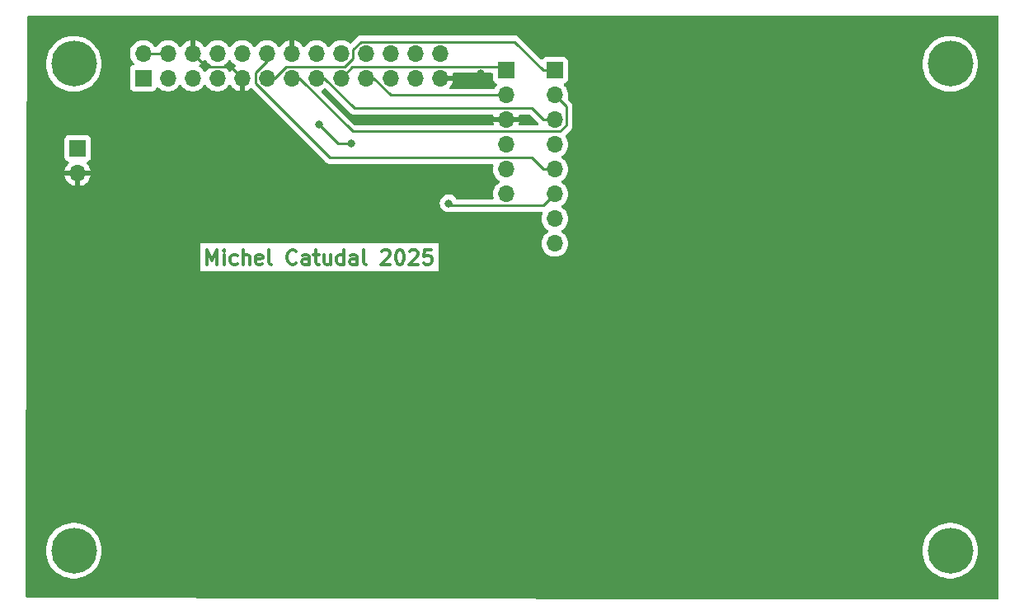
<source format=gtl>
G04 #@! TF.GenerationSoftware,KiCad,Pcbnew,8.0.6*
G04 #@! TF.CreationDate,2025-01-12T23:32:50-05:00*
G04 #@! TF.ProjectId,lcd_adapter,6c63645f-6164-4617-9074-65722e6b6963,rev?*
G04 #@! TF.SameCoordinates,Original*
G04 #@! TF.FileFunction,Copper,L1,Top*
G04 #@! TF.FilePolarity,Positive*
%FSLAX46Y46*%
G04 Gerber Fmt 4.6, Leading zero omitted, Abs format (unit mm)*
G04 Created by KiCad (PCBNEW 8.0.6) date 2025-01-12 23:32:50*
%MOMM*%
%LPD*%
G01*
G04 APERTURE LIST*
%ADD10C,0.300000*%
G04 #@! TA.AperFunction,NonConductor*
%ADD11C,0.300000*%
G04 #@! TD*
G04 #@! TA.AperFunction,ComponentPad*
%ADD12R,1.700000X1.700000*%
G04 #@! TD*
G04 #@! TA.AperFunction,ComponentPad*
%ADD13O,1.700000X1.700000*%
G04 #@! TD*
G04 #@! TA.AperFunction,ComponentPad*
%ADD14C,4.700000*%
G04 #@! TD*
G04 #@! TA.AperFunction,ViaPad*
%ADD15C,0.800000*%
G04 #@! TD*
G04 #@! TA.AperFunction,Conductor*
%ADD16C,0.250000*%
G04 #@! TD*
G04 APERTURE END LIST*
D10*
D11*
X43700000Y-65598328D02*
X43700000Y-64098328D01*
X43700000Y-64098328D02*
X44200000Y-65169757D01*
X44200000Y-65169757D02*
X44700000Y-64098328D01*
X44700000Y-64098328D02*
X44700000Y-65598328D01*
X45414286Y-65598328D02*
X45414286Y-64598328D01*
X45414286Y-64098328D02*
X45342858Y-64169757D01*
X45342858Y-64169757D02*
X45414286Y-64241185D01*
X45414286Y-64241185D02*
X45485715Y-64169757D01*
X45485715Y-64169757D02*
X45414286Y-64098328D01*
X45414286Y-64098328D02*
X45414286Y-64241185D01*
X46771430Y-65526900D02*
X46628572Y-65598328D01*
X46628572Y-65598328D02*
X46342858Y-65598328D01*
X46342858Y-65598328D02*
X46200001Y-65526900D01*
X46200001Y-65526900D02*
X46128572Y-65455471D01*
X46128572Y-65455471D02*
X46057144Y-65312614D01*
X46057144Y-65312614D02*
X46057144Y-64884042D01*
X46057144Y-64884042D02*
X46128572Y-64741185D01*
X46128572Y-64741185D02*
X46200001Y-64669757D01*
X46200001Y-64669757D02*
X46342858Y-64598328D01*
X46342858Y-64598328D02*
X46628572Y-64598328D01*
X46628572Y-64598328D02*
X46771430Y-64669757D01*
X47414286Y-65598328D02*
X47414286Y-64098328D01*
X48057144Y-65598328D02*
X48057144Y-64812614D01*
X48057144Y-64812614D02*
X47985715Y-64669757D01*
X47985715Y-64669757D02*
X47842858Y-64598328D01*
X47842858Y-64598328D02*
X47628572Y-64598328D01*
X47628572Y-64598328D02*
X47485715Y-64669757D01*
X47485715Y-64669757D02*
X47414286Y-64741185D01*
X49342858Y-65526900D02*
X49200001Y-65598328D01*
X49200001Y-65598328D02*
X48914287Y-65598328D01*
X48914287Y-65598328D02*
X48771429Y-65526900D01*
X48771429Y-65526900D02*
X48700001Y-65384042D01*
X48700001Y-65384042D02*
X48700001Y-64812614D01*
X48700001Y-64812614D02*
X48771429Y-64669757D01*
X48771429Y-64669757D02*
X48914287Y-64598328D01*
X48914287Y-64598328D02*
X49200001Y-64598328D01*
X49200001Y-64598328D02*
X49342858Y-64669757D01*
X49342858Y-64669757D02*
X49414287Y-64812614D01*
X49414287Y-64812614D02*
X49414287Y-64955471D01*
X49414287Y-64955471D02*
X48700001Y-65098328D01*
X50271429Y-65598328D02*
X50128572Y-65526900D01*
X50128572Y-65526900D02*
X50057143Y-65384042D01*
X50057143Y-65384042D02*
X50057143Y-64098328D01*
X52842857Y-65455471D02*
X52771429Y-65526900D01*
X52771429Y-65526900D02*
X52557143Y-65598328D01*
X52557143Y-65598328D02*
X52414286Y-65598328D01*
X52414286Y-65598328D02*
X52200000Y-65526900D01*
X52200000Y-65526900D02*
X52057143Y-65384042D01*
X52057143Y-65384042D02*
X51985714Y-65241185D01*
X51985714Y-65241185D02*
X51914286Y-64955471D01*
X51914286Y-64955471D02*
X51914286Y-64741185D01*
X51914286Y-64741185D02*
X51985714Y-64455471D01*
X51985714Y-64455471D02*
X52057143Y-64312614D01*
X52057143Y-64312614D02*
X52200000Y-64169757D01*
X52200000Y-64169757D02*
X52414286Y-64098328D01*
X52414286Y-64098328D02*
X52557143Y-64098328D01*
X52557143Y-64098328D02*
X52771429Y-64169757D01*
X52771429Y-64169757D02*
X52842857Y-64241185D01*
X54128572Y-65598328D02*
X54128572Y-64812614D01*
X54128572Y-64812614D02*
X54057143Y-64669757D01*
X54057143Y-64669757D02*
X53914286Y-64598328D01*
X53914286Y-64598328D02*
X53628572Y-64598328D01*
X53628572Y-64598328D02*
X53485714Y-64669757D01*
X54128572Y-65526900D02*
X53985714Y-65598328D01*
X53985714Y-65598328D02*
X53628572Y-65598328D01*
X53628572Y-65598328D02*
X53485714Y-65526900D01*
X53485714Y-65526900D02*
X53414286Y-65384042D01*
X53414286Y-65384042D02*
X53414286Y-65241185D01*
X53414286Y-65241185D02*
X53485714Y-65098328D01*
X53485714Y-65098328D02*
X53628572Y-65026900D01*
X53628572Y-65026900D02*
X53985714Y-65026900D01*
X53985714Y-65026900D02*
X54128572Y-64955471D01*
X54628572Y-64598328D02*
X55200000Y-64598328D01*
X54842857Y-64098328D02*
X54842857Y-65384042D01*
X54842857Y-65384042D02*
X54914286Y-65526900D01*
X54914286Y-65526900D02*
X55057143Y-65598328D01*
X55057143Y-65598328D02*
X55200000Y-65598328D01*
X56342858Y-64598328D02*
X56342858Y-65598328D01*
X55700000Y-64598328D02*
X55700000Y-65384042D01*
X55700000Y-65384042D02*
X55771429Y-65526900D01*
X55771429Y-65526900D02*
X55914286Y-65598328D01*
X55914286Y-65598328D02*
X56128572Y-65598328D01*
X56128572Y-65598328D02*
X56271429Y-65526900D01*
X56271429Y-65526900D02*
X56342858Y-65455471D01*
X57700001Y-65598328D02*
X57700001Y-64098328D01*
X57700001Y-65526900D02*
X57557143Y-65598328D01*
X57557143Y-65598328D02*
X57271429Y-65598328D01*
X57271429Y-65598328D02*
X57128572Y-65526900D01*
X57128572Y-65526900D02*
X57057143Y-65455471D01*
X57057143Y-65455471D02*
X56985715Y-65312614D01*
X56985715Y-65312614D02*
X56985715Y-64884042D01*
X56985715Y-64884042D02*
X57057143Y-64741185D01*
X57057143Y-64741185D02*
X57128572Y-64669757D01*
X57128572Y-64669757D02*
X57271429Y-64598328D01*
X57271429Y-64598328D02*
X57557143Y-64598328D01*
X57557143Y-64598328D02*
X57700001Y-64669757D01*
X59057144Y-65598328D02*
X59057144Y-64812614D01*
X59057144Y-64812614D02*
X58985715Y-64669757D01*
X58985715Y-64669757D02*
X58842858Y-64598328D01*
X58842858Y-64598328D02*
X58557144Y-64598328D01*
X58557144Y-64598328D02*
X58414286Y-64669757D01*
X59057144Y-65526900D02*
X58914286Y-65598328D01*
X58914286Y-65598328D02*
X58557144Y-65598328D01*
X58557144Y-65598328D02*
X58414286Y-65526900D01*
X58414286Y-65526900D02*
X58342858Y-65384042D01*
X58342858Y-65384042D02*
X58342858Y-65241185D01*
X58342858Y-65241185D02*
X58414286Y-65098328D01*
X58414286Y-65098328D02*
X58557144Y-65026900D01*
X58557144Y-65026900D02*
X58914286Y-65026900D01*
X58914286Y-65026900D02*
X59057144Y-64955471D01*
X59985715Y-65598328D02*
X59842858Y-65526900D01*
X59842858Y-65526900D02*
X59771429Y-65384042D01*
X59771429Y-65384042D02*
X59771429Y-64098328D01*
X61628572Y-64241185D02*
X61700000Y-64169757D01*
X61700000Y-64169757D02*
X61842858Y-64098328D01*
X61842858Y-64098328D02*
X62200000Y-64098328D01*
X62200000Y-64098328D02*
X62342858Y-64169757D01*
X62342858Y-64169757D02*
X62414286Y-64241185D01*
X62414286Y-64241185D02*
X62485715Y-64384042D01*
X62485715Y-64384042D02*
X62485715Y-64526900D01*
X62485715Y-64526900D02*
X62414286Y-64741185D01*
X62414286Y-64741185D02*
X61557143Y-65598328D01*
X61557143Y-65598328D02*
X62485715Y-65598328D01*
X63414286Y-64098328D02*
X63557143Y-64098328D01*
X63557143Y-64098328D02*
X63700000Y-64169757D01*
X63700000Y-64169757D02*
X63771429Y-64241185D01*
X63771429Y-64241185D02*
X63842857Y-64384042D01*
X63842857Y-64384042D02*
X63914286Y-64669757D01*
X63914286Y-64669757D02*
X63914286Y-65026900D01*
X63914286Y-65026900D02*
X63842857Y-65312614D01*
X63842857Y-65312614D02*
X63771429Y-65455471D01*
X63771429Y-65455471D02*
X63700000Y-65526900D01*
X63700000Y-65526900D02*
X63557143Y-65598328D01*
X63557143Y-65598328D02*
X63414286Y-65598328D01*
X63414286Y-65598328D02*
X63271429Y-65526900D01*
X63271429Y-65526900D02*
X63200000Y-65455471D01*
X63200000Y-65455471D02*
X63128571Y-65312614D01*
X63128571Y-65312614D02*
X63057143Y-65026900D01*
X63057143Y-65026900D02*
X63057143Y-64669757D01*
X63057143Y-64669757D02*
X63128571Y-64384042D01*
X63128571Y-64384042D02*
X63200000Y-64241185D01*
X63200000Y-64241185D02*
X63271429Y-64169757D01*
X63271429Y-64169757D02*
X63414286Y-64098328D01*
X64485714Y-64241185D02*
X64557142Y-64169757D01*
X64557142Y-64169757D02*
X64700000Y-64098328D01*
X64700000Y-64098328D02*
X65057142Y-64098328D01*
X65057142Y-64098328D02*
X65200000Y-64169757D01*
X65200000Y-64169757D02*
X65271428Y-64241185D01*
X65271428Y-64241185D02*
X65342857Y-64384042D01*
X65342857Y-64384042D02*
X65342857Y-64526900D01*
X65342857Y-64526900D02*
X65271428Y-64741185D01*
X65271428Y-64741185D02*
X64414285Y-65598328D01*
X64414285Y-65598328D02*
X65342857Y-65598328D01*
X66699999Y-64098328D02*
X65985713Y-64098328D01*
X65985713Y-64098328D02*
X65914285Y-64812614D01*
X65914285Y-64812614D02*
X65985713Y-64741185D01*
X65985713Y-64741185D02*
X66128571Y-64669757D01*
X66128571Y-64669757D02*
X66485713Y-64669757D01*
X66485713Y-64669757D02*
X66628571Y-64741185D01*
X66628571Y-64741185D02*
X66699999Y-64812614D01*
X66699999Y-64812614D02*
X66771428Y-64955471D01*
X66771428Y-64955471D02*
X66771428Y-65312614D01*
X66771428Y-65312614D02*
X66699999Y-65455471D01*
X66699999Y-65455471D02*
X66628571Y-65526900D01*
X66628571Y-65526900D02*
X66485713Y-65598328D01*
X66485713Y-65598328D02*
X66128571Y-65598328D01*
X66128571Y-65598328D02*
X65985713Y-65526900D01*
X65985713Y-65526900D02*
X65914285Y-65455471D01*
D12*
X30400000Y-53670000D03*
D13*
X30400000Y-56210000D03*
X67600000Y-43930000D03*
X67600000Y-46470000D03*
X65060000Y-43930000D03*
X65060000Y-46470000D03*
X62520000Y-43930000D03*
X62520000Y-46470000D03*
X59980000Y-43930000D03*
X59980000Y-46470000D03*
X57440000Y-43930000D03*
X57440000Y-46470000D03*
X54900000Y-43930000D03*
X54900000Y-46470000D03*
X52360000Y-43930000D03*
X52360000Y-46470000D03*
X49820000Y-43930000D03*
X49820000Y-46470000D03*
X47280000Y-43930000D03*
X47280000Y-46470000D03*
X44740000Y-43930000D03*
X44740000Y-46470000D03*
X42200000Y-43930000D03*
X42200000Y-46470000D03*
X39660000Y-43930000D03*
X39660000Y-46470000D03*
X37120000Y-43930000D03*
D12*
X37120000Y-46470000D03*
D13*
X79400000Y-63450000D03*
X79400000Y-60910000D03*
X79400000Y-58370000D03*
X79400000Y-55830000D03*
X79400000Y-53290000D03*
X79400000Y-50750000D03*
X79400000Y-48210000D03*
D12*
X79400000Y-45670000D03*
X74400000Y-45670000D03*
D13*
X74400000Y-48210000D03*
X74400000Y-50750000D03*
X74400000Y-53290000D03*
X74400000Y-55830000D03*
X74400000Y-58370000D03*
D14*
X30000000Y-45000000D03*
X120000000Y-45000000D03*
X30000000Y-95000000D03*
X120000000Y-95000000D03*
D15*
X58500000Y-53170000D03*
X55200000Y-51270000D03*
X68500000Y-59320000D03*
X71750000Y-46020000D03*
D16*
X57100000Y-53170000D02*
X58500000Y-53170000D01*
X55200000Y-51270000D02*
X57100000Y-53170000D01*
X68500000Y-59320000D02*
X68725000Y-59545000D01*
X68725000Y-59545000D02*
X78225000Y-59545000D01*
X78225000Y-59545000D02*
X79400000Y-58370000D01*
X67600000Y-46470000D02*
X71300000Y-46470000D01*
X71300000Y-46470000D02*
X71750000Y-46020000D01*
X57440000Y-46470000D02*
X58615000Y-45295000D01*
X58615000Y-45295000D02*
X74025000Y-45295000D01*
X74025000Y-45295000D02*
X74400000Y-45670000D01*
X79400000Y-48210000D02*
X80584200Y-49394200D01*
X80584200Y-49394200D02*
X80584200Y-51300000D01*
X80584200Y-51300000D02*
X79942500Y-51941700D01*
X58640700Y-51941700D02*
X53169000Y-46470000D01*
X79942500Y-51941700D02*
X58640700Y-51941700D01*
X53169000Y-46470000D02*
X52360000Y-46470000D01*
X30400000Y-56210000D02*
X46310000Y-56210000D01*
X46310000Y-56210000D02*
X47250000Y-55270000D01*
X47250000Y-55270000D02*
X47250000Y-55170000D01*
X47250000Y-55170000D02*
X47280000Y-55140000D01*
X47280000Y-55140000D02*
X47280000Y-46470000D01*
X42200000Y-43930000D02*
X43565000Y-45295000D01*
X43565000Y-45295000D02*
X46105000Y-45295000D01*
X46105000Y-45295000D02*
X47280000Y-46470000D01*
X74400000Y-48210000D02*
X62529000Y-48210000D01*
X62529000Y-48210000D02*
X60789000Y-46470000D01*
X60789000Y-46470000D02*
X59980000Y-46470000D01*
X79400000Y-50750000D02*
X78223300Y-50750000D01*
X78223300Y-50750000D02*
X77045100Y-49571800D01*
X77045100Y-49571800D02*
X58810800Y-49571800D01*
X58810800Y-49571800D02*
X55709000Y-46470000D01*
X55709000Y-46470000D02*
X54900000Y-46470000D01*
X79400000Y-45670000D02*
X78223300Y-45670000D01*
X78223300Y-45670000D02*
X75272800Y-42719500D01*
X75272800Y-42719500D02*
X59487500Y-42719500D01*
X59487500Y-42719500D02*
X58677100Y-43529900D01*
X51805600Y-45293300D02*
X50628900Y-46470000D01*
X58677100Y-43529900D02*
X58677100Y-44416000D01*
X58677100Y-44416000D02*
X57799800Y-45293300D01*
X57799800Y-45293300D02*
X51805600Y-45293300D01*
X50628900Y-46470000D02*
X49820000Y-46470000D01*
X79400000Y-55830000D02*
X78223300Y-55830000D01*
X78223300Y-55830000D02*
X77046600Y-54653300D01*
X77046600Y-54653300D02*
X56297800Y-54653300D01*
X49820000Y-44738900D02*
X49820000Y-43930000D01*
X56297800Y-54653300D02*
X48643300Y-46998800D01*
X48643300Y-46998800D02*
X48643300Y-45915600D01*
X48643300Y-45915600D02*
X49820000Y-44738900D01*
X39660000Y-43930000D02*
X37120000Y-43930000D01*
G04 #@! TA.AperFunction,Conductor*
G36*
X55867050Y-47532145D02*
G01*
X55897849Y-47554753D01*
X58406961Y-50063867D01*
X58406967Y-50063872D01*
X58510725Y-50133201D01*
X58592247Y-50166968D01*
X58626015Y-50180955D01*
X58748406Y-50205300D01*
X58748407Y-50205300D01*
X58873194Y-50205300D01*
X72975186Y-50205300D01*
X73043307Y-50225302D01*
X73089800Y-50278958D01*
X73099904Y-50349232D01*
X73097330Y-50362231D01*
X73063455Y-50495999D01*
X73063456Y-50496000D01*
X73969297Y-50496000D01*
X73934075Y-50557007D01*
X73900000Y-50684174D01*
X73900000Y-50815826D01*
X73934075Y-50942993D01*
X73969297Y-51004000D01*
X73063455Y-51004000D01*
X73100749Y-51151269D01*
X73098082Y-51222215D01*
X73057482Y-51280457D01*
X72991838Y-51307503D01*
X72978605Y-51308200D01*
X58955294Y-51308200D01*
X58887173Y-51288198D01*
X58866199Y-51271295D01*
X55479899Y-47884995D01*
X55445873Y-47822683D01*
X55450938Y-47751868D01*
X55493485Y-47695032D01*
X55509020Y-47685089D01*
X55645576Y-47611189D01*
X55731363Y-47544416D01*
X55797404Y-47518360D01*
X55867050Y-47532145D01*
G37*
G04 #@! TD.AperFunction*
G04 #@! TA.AperFunction,Conductor*
G36*
X76798627Y-50225302D02*
G01*
X76819601Y-50242205D01*
X77670501Y-51093105D01*
X77704527Y-51155417D01*
X77699462Y-51226232D01*
X77656915Y-51283068D01*
X77590395Y-51307879D01*
X77581406Y-51308200D01*
X75821395Y-51308200D01*
X75753274Y-51288198D01*
X75706781Y-51234542D01*
X75696677Y-51164268D01*
X75699251Y-51151269D01*
X75736544Y-51004000D01*
X74830703Y-51004000D01*
X74865925Y-50942993D01*
X74900000Y-50815826D01*
X74900000Y-50684174D01*
X74865925Y-50557007D01*
X74830703Y-50496000D01*
X75736544Y-50496000D01*
X75736544Y-50495999D01*
X75702670Y-50362231D01*
X75705337Y-50291285D01*
X75745938Y-50233043D01*
X75811581Y-50205997D01*
X75824814Y-50205300D01*
X76730506Y-50205300D01*
X76798627Y-50225302D01*
G37*
G04 #@! TD.AperFunction*
G04 #@! TA.AperFunction,Conductor*
G36*
X72983621Y-45948502D02*
G01*
X73030114Y-46002158D01*
X73041500Y-46054500D01*
X73041500Y-46568649D01*
X73048009Y-46629196D01*
X73048011Y-46629204D01*
X73099110Y-46766202D01*
X73099112Y-46766207D01*
X73186738Y-46883261D01*
X73303791Y-46970886D01*
X73303792Y-46970886D01*
X73303796Y-46970889D01*
X73418810Y-47013787D01*
X73475642Y-47056332D01*
X73500453Y-47122852D01*
X73485362Y-47192226D01*
X73467475Y-47217179D01*
X73324280Y-47372729D01*
X73324275Y-47372734D01*
X73228445Y-47519415D01*
X73174442Y-47565504D01*
X73122962Y-47576500D01*
X68714446Y-47576500D01*
X68646325Y-47556498D01*
X68599832Y-47502842D01*
X68589728Y-47432568D01*
X68619222Y-47367988D01*
X68621745Y-47365163D01*
X68675323Y-47306961D01*
X68798419Y-47118548D01*
X68888820Y-46912456D01*
X68888823Y-46912449D01*
X68936544Y-46724000D01*
X68030703Y-46724000D01*
X68065925Y-46662993D01*
X68100000Y-46535826D01*
X68100000Y-46404174D01*
X68065925Y-46277007D01*
X68030703Y-46216000D01*
X68936544Y-46216000D01*
X68936544Y-46215999D01*
X68903480Y-46085431D01*
X68906147Y-46014485D01*
X68946747Y-45956243D01*
X69012391Y-45929197D01*
X69025624Y-45928500D01*
X72915500Y-45928500D01*
X72983621Y-45948502D01*
G37*
G04 #@! TD.AperFunction*
G04 #@! TA.AperFunction,Conductor*
G36*
X46093225Y-44605669D02*
G01*
X46115480Y-44631353D01*
X46139153Y-44667586D01*
X46204275Y-44767265D01*
X46204279Y-44767270D01*
X46356762Y-44932908D01*
X46411331Y-44975381D01*
X46534424Y-45071189D01*
X46568205Y-45089470D01*
X46618596Y-45139482D01*
X46633949Y-45208799D01*
X46609389Y-45275412D01*
X46568209Y-45311096D01*
X46534704Y-45329228D01*
X46534698Y-45329232D01*
X46357097Y-45467465D01*
X46204670Y-45633045D01*
X46115780Y-45769101D01*
X46061776Y-45815189D01*
X45991428Y-45824764D01*
X45927071Y-45794786D01*
X45904816Y-45769101D01*
X45833755Y-45660333D01*
X45815724Y-45632734D01*
X45815720Y-45632729D01*
X45686220Y-45492057D01*
X45663240Y-45467094D01*
X45663239Y-45467093D01*
X45663237Y-45467091D01*
X45581382Y-45403381D01*
X45485576Y-45328811D01*
X45452319Y-45310813D01*
X45401929Y-45260802D01*
X45386576Y-45191485D01*
X45411136Y-45124872D01*
X45452320Y-45089186D01*
X45452847Y-45088901D01*
X45485576Y-45071189D01*
X45663240Y-44932906D01*
X45815722Y-44767268D01*
X45815927Y-44766955D01*
X45852615Y-44710799D01*
X45904518Y-44631354D01*
X45958520Y-44585268D01*
X46028868Y-44575692D01*
X46093225Y-44605669D01*
G37*
G04 #@! TD.AperFunction*
G04 #@! TA.AperFunction,Conductor*
G36*
X43552925Y-44605212D02*
G01*
X43575183Y-44630898D01*
X43664279Y-44767270D01*
X43816762Y-44932908D01*
X43871331Y-44975381D01*
X43994424Y-45071189D01*
X44027153Y-45088901D01*
X44027680Y-45089186D01*
X44078071Y-45139200D01*
X44093423Y-45208516D01*
X44068862Y-45275129D01*
X44027680Y-45310813D01*
X43994426Y-45328810D01*
X43994424Y-45328811D01*
X43816762Y-45467091D01*
X43664279Y-45632729D01*
X43575483Y-45768643D01*
X43521479Y-45814731D01*
X43451131Y-45824306D01*
X43386774Y-45794329D01*
X43364517Y-45768643D01*
X43275720Y-45632729D01*
X43146220Y-45492057D01*
X43123240Y-45467094D01*
X43123239Y-45467093D01*
X43123237Y-45467091D01*
X43041382Y-45403381D01*
X42945576Y-45328811D01*
X42911792Y-45310528D01*
X42861402Y-45260516D01*
X42846050Y-45191199D01*
X42870610Y-45124586D01*
X42911793Y-45088901D01*
X42945300Y-45070767D01*
X42945301Y-45070767D01*
X43122902Y-44932534D01*
X43275327Y-44766955D01*
X43364217Y-44630899D01*
X43418220Y-44584810D01*
X43488568Y-44575235D01*
X43552925Y-44605212D01*
G37*
G04 #@! TD.AperFunction*
G04 #@! TA.AperFunction,Conductor*
G36*
X124916621Y-40070002D02*
G01*
X124963114Y-40123658D01*
X124974500Y-40176000D01*
X124974500Y-99848500D01*
X124954498Y-99916621D01*
X124900842Y-99963114D01*
X124848500Y-99974500D01*
X95059400Y-99974500D01*
X25176002Y-99800314D01*
X25107931Y-99780142D01*
X25061572Y-99726370D01*
X25050316Y-99673998D01*
X25055164Y-97743051D01*
X25062050Y-95000000D01*
X27136656Y-95000000D01*
X27156016Y-95332403D01*
X27156016Y-95332409D01*
X27156017Y-95332414D01*
X27213838Y-95660333D01*
X27309337Y-95979321D01*
X27309339Y-95979327D01*
X27309340Y-95979328D01*
X27441220Y-96285063D01*
X27441222Y-96285066D01*
X27607711Y-96573433D01*
X27607714Y-96573437D01*
X27806552Y-96840523D01*
X28035057Y-97082724D01*
X28290134Y-97296758D01*
X28568320Y-97479724D01*
X28568328Y-97479729D01*
X28865887Y-97629169D01*
X29022335Y-97686111D01*
X29178775Y-97743051D01*
X29178776Y-97743051D01*
X29178784Y-97743054D01*
X29502786Y-97819843D01*
X29691771Y-97841932D01*
X29833508Y-97858500D01*
X29833511Y-97858500D01*
X30166492Y-97858500D01*
X30290510Y-97844003D01*
X30497214Y-97819843D01*
X30821216Y-97743054D01*
X31134113Y-97629169D01*
X31431672Y-97479729D01*
X31709870Y-97296755D01*
X31964946Y-97082721D01*
X32193449Y-96840522D01*
X32392289Y-96573433D01*
X32558778Y-96285066D01*
X32690663Y-95979321D01*
X32786162Y-95660333D01*
X32843983Y-95332414D01*
X32863344Y-95000000D01*
X117136656Y-95000000D01*
X117156016Y-95332403D01*
X117156016Y-95332409D01*
X117156017Y-95332414D01*
X117213838Y-95660333D01*
X117309337Y-95979321D01*
X117309339Y-95979327D01*
X117309340Y-95979328D01*
X117441220Y-96285063D01*
X117441222Y-96285066D01*
X117607711Y-96573433D01*
X117607714Y-96573437D01*
X117806552Y-96840523D01*
X118035057Y-97082724D01*
X118290134Y-97296758D01*
X118568320Y-97479724D01*
X118568328Y-97479729D01*
X118865887Y-97629169D01*
X119022335Y-97686111D01*
X119178775Y-97743051D01*
X119178776Y-97743051D01*
X119178784Y-97743054D01*
X119502786Y-97819843D01*
X119691771Y-97841932D01*
X119833508Y-97858500D01*
X119833511Y-97858500D01*
X120166492Y-97858500D01*
X120290510Y-97844003D01*
X120497214Y-97819843D01*
X120821216Y-97743054D01*
X121134113Y-97629169D01*
X121431672Y-97479729D01*
X121709870Y-97296755D01*
X121964946Y-97082721D01*
X122193449Y-96840522D01*
X122392289Y-96573433D01*
X122558778Y-96285066D01*
X122690663Y-95979321D01*
X122786162Y-95660333D01*
X122843983Y-95332414D01*
X122863344Y-95000000D01*
X122843983Y-94667586D01*
X122786162Y-94339667D01*
X122690663Y-94020679D01*
X122558778Y-93714934D01*
X122392289Y-93426567D01*
X122193449Y-93159478D01*
X121964946Y-92917279D01*
X121964944Y-92917278D01*
X121964942Y-92917275D01*
X121709865Y-92703241D01*
X121431679Y-92520275D01*
X121431675Y-92520273D01*
X121431672Y-92520271D01*
X121134113Y-92370831D01*
X121134108Y-92370829D01*
X121134103Y-92370827D01*
X120821224Y-92256948D01*
X120821217Y-92256946D01*
X120821216Y-92256946D01*
X120639258Y-92213821D01*
X120497219Y-92180158D01*
X120497209Y-92180156D01*
X120166492Y-92141500D01*
X120166489Y-92141500D01*
X119833511Y-92141500D01*
X119833508Y-92141500D01*
X119502790Y-92180156D01*
X119502780Y-92180158D01*
X119178784Y-92256946D01*
X119178775Y-92256948D01*
X118865896Y-92370827D01*
X118865891Y-92370829D01*
X118568320Y-92520275D01*
X118290134Y-92703241D01*
X118035057Y-92917275D01*
X117806552Y-93159476D01*
X117607714Y-93426562D01*
X117607704Y-93426578D01*
X117441223Y-93714931D01*
X117441220Y-93714936D01*
X117309340Y-94020671D01*
X117309338Y-94020677D01*
X117213838Y-94339666D01*
X117156016Y-94667590D01*
X117156016Y-94667596D01*
X117136656Y-95000000D01*
X32863344Y-95000000D01*
X32843983Y-94667586D01*
X32786162Y-94339667D01*
X32690663Y-94020679D01*
X32558778Y-93714934D01*
X32392289Y-93426567D01*
X32193449Y-93159478D01*
X31964946Y-92917279D01*
X31964944Y-92917278D01*
X31964942Y-92917275D01*
X31709865Y-92703241D01*
X31431679Y-92520275D01*
X31431675Y-92520273D01*
X31431672Y-92520271D01*
X31134113Y-92370831D01*
X31134108Y-92370829D01*
X31134103Y-92370827D01*
X30821224Y-92256948D01*
X30821217Y-92256946D01*
X30821216Y-92256946D01*
X30639258Y-92213821D01*
X30497219Y-92180158D01*
X30497209Y-92180156D01*
X30166492Y-92141500D01*
X30166489Y-92141500D01*
X29833511Y-92141500D01*
X29833508Y-92141500D01*
X29502790Y-92180156D01*
X29502780Y-92180158D01*
X29178784Y-92256946D01*
X29178775Y-92256948D01*
X28865896Y-92370827D01*
X28865891Y-92370829D01*
X28568320Y-92520275D01*
X28290134Y-92703241D01*
X28035057Y-92917275D01*
X27806552Y-93159476D01*
X27607714Y-93426562D01*
X27607704Y-93426578D01*
X27441223Y-93714931D01*
X27441220Y-93714936D01*
X27309340Y-94020671D01*
X27309338Y-94020677D01*
X27213838Y-94339666D01*
X27156016Y-94667590D01*
X27156016Y-94667596D01*
X27136656Y-95000000D01*
X25062050Y-95000000D01*
X25134191Y-66263553D01*
X43035339Y-66263553D01*
X67436653Y-66263553D01*
X67436653Y-63432629D01*
X43035339Y-63432629D01*
X43035339Y-66263553D01*
X25134191Y-66263553D01*
X25168063Y-52771350D01*
X29041500Y-52771350D01*
X29041500Y-54568649D01*
X29048009Y-54629196D01*
X29048011Y-54629204D01*
X29099110Y-54766202D01*
X29099112Y-54766207D01*
X29186738Y-54883261D01*
X29303792Y-54970887D01*
X29303796Y-54970889D01*
X29419312Y-55013975D01*
X29476148Y-55056522D01*
X29500958Y-55123042D01*
X29485866Y-55192416D01*
X29467981Y-55217367D01*
X29324674Y-55373041D01*
X29201580Y-55561451D01*
X29111179Y-55767543D01*
X29111176Y-55767550D01*
X29063455Y-55955999D01*
X29063456Y-55956000D01*
X29969297Y-55956000D01*
X29934075Y-56017007D01*
X29900000Y-56144174D01*
X29900000Y-56275826D01*
X29934075Y-56402993D01*
X29969297Y-56464000D01*
X29063455Y-56464000D01*
X29111176Y-56652449D01*
X29111179Y-56652456D01*
X29201580Y-56858548D01*
X29324674Y-57046958D01*
X29477097Y-57212534D01*
X29654698Y-57350767D01*
X29654699Y-57350768D01*
X29852628Y-57457882D01*
X29852630Y-57457883D01*
X30065483Y-57530955D01*
X30065492Y-57530957D01*
X30146000Y-57544391D01*
X30146000Y-56640702D01*
X30207007Y-56675925D01*
X30334174Y-56710000D01*
X30465826Y-56710000D01*
X30592993Y-56675925D01*
X30654000Y-56640702D01*
X30654000Y-57544390D01*
X30734507Y-57530957D01*
X30734516Y-57530955D01*
X30947369Y-57457883D01*
X30947371Y-57457882D01*
X31145300Y-57350768D01*
X31145301Y-57350767D01*
X31322902Y-57212534D01*
X31475325Y-57046958D01*
X31598419Y-56858548D01*
X31688820Y-56652456D01*
X31688823Y-56652449D01*
X31736544Y-56464000D01*
X30830703Y-56464000D01*
X30865925Y-56402993D01*
X30900000Y-56275826D01*
X30900000Y-56144174D01*
X30865925Y-56017007D01*
X30830703Y-55956000D01*
X31736544Y-55956000D01*
X31736544Y-55955999D01*
X31688823Y-55767550D01*
X31688820Y-55767543D01*
X31598419Y-55561451D01*
X31475325Y-55373041D01*
X31332018Y-55217367D01*
X31300598Y-55153702D01*
X31308585Y-55083156D01*
X31353444Y-55028127D01*
X31380679Y-55013977D01*
X31496204Y-54970889D01*
X31613261Y-54883261D01*
X31655307Y-54827094D01*
X31700887Y-54766207D01*
X31700887Y-54766206D01*
X31700889Y-54766204D01*
X31751989Y-54629201D01*
X31758500Y-54568638D01*
X31758500Y-52771362D01*
X31757730Y-52764201D01*
X31751990Y-52710803D01*
X31751988Y-52710795D01*
X31703122Y-52579784D01*
X31700889Y-52573796D01*
X31700888Y-52573794D01*
X31700887Y-52573792D01*
X31613261Y-52456738D01*
X31496207Y-52369112D01*
X31496202Y-52369110D01*
X31359204Y-52318011D01*
X31359196Y-52318009D01*
X31298649Y-52311500D01*
X31298638Y-52311500D01*
X29501362Y-52311500D01*
X29501350Y-52311500D01*
X29440803Y-52318009D01*
X29440795Y-52318011D01*
X29303797Y-52369110D01*
X29303792Y-52369112D01*
X29186738Y-52456738D01*
X29099112Y-52573792D01*
X29099110Y-52573797D01*
X29048011Y-52710795D01*
X29048009Y-52710803D01*
X29041500Y-52771350D01*
X25168063Y-52771350D01*
X25187573Y-45000000D01*
X27136656Y-45000000D01*
X27156016Y-45332403D01*
X27156016Y-45332409D01*
X27170494Y-45414519D01*
X27213838Y-45660333D01*
X27309337Y-45979321D01*
X27309339Y-45979327D01*
X27309340Y-45979328D01*
X27441220Y-46285063D01*
X27441223Y-46285068D01*
X27604939Y-46568632D01*
X27607711Y-46573433D01*
X27806551Y-46840522D01*
X27834455Y-46870099D01*
X28035057Y-47082724D01*
X28290134Y-47296758D01*
X28568320Y-47479724D01*
X28568328Y-47479729D01*
X28865887Y-47629169D01*
X28994917Y-47676132D01*
X29178775Y-47743051D01*
X29178776Y-47743051D01*
X29178784Y-47743054D01*
X29502786Y-47819843D01*
X29691771Y-47841932D01*
X29833508Y-47858500D01*
X29833511Y-47858500D01*
X30166492Y-47858500D01*
X30290510Y-47844003D01*
X30497214Y-47819843D01*
X30821216Y-47743054D01*
X31134113Y-47629169D01*
X31431672Y-47479729D01*
X31709870Y-47296755D01*
X31964946Y-47082721D01*
X32193449Y-46840522D01*
X32392289Y-46573433D01*
X32558778Y-46285066D01*
X32690663Y-45979321D01*
X32786162Y-45660333D01*
X32843983Y-45332414D01*
X32863344Y-45000000D01*
X32843983Y-44667586D01*
X32786162Y-44339667D01*
X32690663Y-44020679D01*
X32651548Y-43930000D01*
X35756844Y-43930000D01*
X35773095Y-44126121D01*
X35775437Y-44154375D01*
X35830702Y-44372612D01*
X35830703Y-44372613D01*
X35830704Y-44372616D01*
X35919580Y-44575235D01*
X35921141Y-44578793D01*
X36044275Y-44767265D01*
X36044278Y-44767268D01*
X36049041Y-44772442D01*
X36187475Y-44922820D01*
X36218896Y-44986485D01*
X36210909Y-45057031D01*
X36166051Y-45112060D01*
X36138807Y-45126213D01*
X36023797Y-45169110D01*
X36023792Y-45169112D01*
X35906738Y-45256738D01*
X35819112Y-45373792D01*
X35819110Y-45373797D01*
X35768011Y-45510795D01*
X35768009Y-45510803D01*
X35761500Y-45571350D01*
X35761500Y-47368649D01*
X35768009Y-47429196D01*
X35768011Y-47429204D01*
X35819110Y-47566202D01*
X35819112Y-47566207D01*
X35906738Y-47683261D01*
X36023792Y-47770887D01*
X36023794Y-47770888D01*
X36023796Y-47770889D01*
X36077600Y-47790957D01*
X36160795Y-47821988D01*
X36160803Y-47821990D01*
X36221350Y-47828499D01*
X36221355Y-47828499D01*
X36221362Y-47828500D01*
X36221368Y-47828500D01*
X38018632Y-47828500D01*
X38018638Y-47828500D01*
X38018645Y-47828499D01*
X38018649Y-47828499D01*
X38079196Y-47821990D01*
X38079199Y-47821989D01*
X38079201Y-47821989D01*
X38216204Y-47770889D01*
X38220884Y-47767386D01*
X38333261Y-47683261D01*
X38420886Y-47566208D01*
X38420885Y-47566208D01*
X38420889Y-47566204D01*
X38464999Y-47447939D01*
X38507545Y-47391107D01*
X38574066Y-47366296D01*
X38643440Y-47381388D01*
X38675753Y-47406635D01*
X38696529Y-47429204D01*
X38736762Y-47472908D01*
X38775221Y-47502842D01*
X38914424Y-47611189D01*
X39112426Y-47718342D01*
X39112427Y-47718342D01*
X39112428Y-47718343D01*
X39210084Y-47751868D01*
X39325365Y-47791444D01*
X39547431Y-47828500D01*
X39547435Y-47828500D01*
X39772565Y-47828500D01*
X39772569Y-47828500D01*
X39994635Y-47791444D01*
X40207574Y-47718342D01*
X40405576Y-47611189D01*
X40583240Y-47472906D01*
X40735722Y-47307268D01*
X40824518Y-47171354D01*
X40878520Y-47125268D01*
X40948868Y-47115692D01*
X41013225Y-47145669D01*
X41035480Y-47171353D01*
X41058831Y-47207094D01*
X41124275Y-47307265D01*
X41124279Y-47307270D01*
X41276762Y-47472908D01*
X41315221Y-47502842D01*
X41454424Y-47611189D01*
X41652426Y-47718342D01*
X41652427Y-47718342D01*
X41652428Y-47718343D01*
X41750084Y-47751868D01*
X41865365Y-47791444D01*
X42087431Y-47828500D01*
X42087435Y-47828500D01*
X42312565Y-47828500D01*
X42312569Y-47828500D01*
X42534635Y-47791444D01*
X42747574Y-47718342D01*
X42945576Y-47611189D01*
X43123240Y-47472906D01*
X43275722Y-47307268D01*
X43364518Y-47171354D01*
X43418520Y-47125268D01*
X43488868Y-47115692D01*
X43553225Y-47145669D01*
X43575480Y-47171353D01*
X43598831Y-47207094D01*
X43664275Y-47307265D01*
X43664279Y-47307270D01*
X43816762Y-47472908D01*
X43855221Y-47502842D01*
X43994424Y-47611189D01*
X44192426Y-47718342D01*
X44192427Y-47718342D01*
X44192428Y-47718343D01*
X44290084Y-47751868D01*
X44405365Y-47791444D01*
X44627431Y-47828500D01*
X44627435Y-47828500D01*
X44852565Y-47828500D01*
X44852569Y-47828500D01*
X45074635Y-47791444D01*
X45287574Y-47718342D01*
X45485576Y-47611189D01*
X45663240Y-47472906D01*
X45815722Y-47307268D01*
X45904816Y-47170898D01*
X45958819Y-47124810D01*
X46029167Y-47115235D01*
X46093524Y-47145212D01*
X46115782Y-47170898D01*
X46204674Y-47306958D01*
X46357097Y-47472534D01*
X46534698Y-47610767D01*
X46534699Y-47610768D01*
X46732628Y-47717882D01*
X46732630Y-47717883D01*
X46945483Y-47790955D01*
X46945492Y-47790957D01*
X47026000Y-47804391D01*
X47026000Y-46900702D01*
X47087007Y-46935925D01*
X47214174Y-46970000D01*
X47345826Y-46970000D01*
X47472993Y-46935925D01*
X47534000Y-46900702D01*
X47534000Y-47804390D01*
X47614507Y-47790957D01*
X47614516Y-47790955D01*
X47827369Y-47717883D01*
X47827371Y-47717882D01*
X48025300Y-47610768D01*
X48025309Y-47610762D01*
X48125346Y-47532900D01*
X48191388Y-47506843D01*
X48261034Y-47520628D01*
X48291831Y-47543235D01*
X55893967Y-55145372D01*
X55997725Y-55214701D01*
X56079247Y-55248468D01*
X56113015Y-55262455D01*
X56235406Y-55286800D01*
X56235407Y-55286800D01*
X56360194Y-55286800D01*
X72974291Y-55286800D01*
X73042412Y-55306802D01*
X73088905Y-55360458D01*
X73099009Y-55430732D01*
X73096435Y-55443732D01*
X73055437Y-55605626D01*
X73055436Y-55605629D01*
X73055436Y-55605632D01*
X73036844Y-55830000D01*
X73042892Y-55902993D01*
X73055437Y-56054375D01*
X73110702Y-56272612D01*
X73110703Y-56272613D01*
X73110704Y-56272616D01*
X73132397Y-56322071D01*
X73201141Y-56478793D01*
X73324275Y-56667265D01*
X73324279Y-56667270D01*
X73476762Y-56832908D01*
X73509704Y-56858548D01*
X73654424Y-56971189D01*
X73687680Y-56989186D01*
X73738071Y-57039200D01*
X73753423Y-57108516D01*
X73728862Y-57175129D01*
X73687680Y-57210813D01*
X73654426Y-57228810D01*
X73654424Y-57228811D01*
X73476762Y-57367091D01*
X73324279Y-57532729D01*
X73324275Y-57532734D01*
X73201141Y-57721206D01*
X73110703Y-57927386D01*
X73110702Y-57927387D01*
X73055437Y-58145624D01*
X73055436Y-58145630D01*
X73055436Y-58145632D01*
X73036844Y-58370000D01*
X73055436Y-58594368D01*
X73055436Y-58594370D01*
X73055437Y-58594375D01*
X73096004Y-58754569D01*
X73093337Y-58825515D01*
X73052737Y-58883757D01*
X72987094Y-58910803D01*
X72973860Y-58911500D01*
X69385943Y-58911500D01*
X69317822Y-58891498D01*
X69276823Y-58848499D01*
X69270670Y-58837842D01*
X69239040Y-58783056D01*
X69239039Y-58783054D01*
X69111255Y-58641135D01*
X68956752Y-58528882D01*
X68782288Y-58451206D01*
X68595487Y-58411500D01*
X68404513Y-58411500D01*
X68217711Y-58451206D01*
X68043247Y-58528882D01*
X67888744Y-58641135D01*
X67760965Y-58783048D01*
X67760958Y-58783058D01*
X67665476Y-58948438D01*
X67665473Y-58948445D01*
X67606457Y-59130072D01*
X67586496Y-59320000D01*
X67606457Y-59509927D01*
X67636526Y-59602470D01*
X67665473Y-59691556D01*
X67665476Y-59691561D01*
X67760958Y-59856941D01*
X67760965Y-59856951D01*
X67888744Y-59998864D01*
X67888747Y-59998866D01*
X68043248Y-60111118D01*
X68217712Y-60188794D01*
X68404513Y-60228500D01*
X68595487Y-60228500D01*
X68782288Y-60188794D01*
X68782292Y-60188792D01*
X68782293Y-60188792D01*
X68788568Y-60186754D01*
X68788877Y-60187707D01*
X68832191Y-60178500D01*
X78044563Y-60178500D01*
X78112684Y-60198502D01*
X78159177Y-60252158D01*
X78169281Y-60322432D01*
X78159950Y-60355114D01*
X78110705Y-60467380D01*
X78110702Y-60467387D01*
X78055437Y-60685624D01*
X78036844Y-60910000D01*
X78055437Y-61134375D01*
X78110702Y-61352612D01*
X78110703Y-61352613D01*
X78201141Y-61558793D01*
X78324275Y-61747265D01*
X78324279Y-61747270D01*
X78476762Y-61912908D01*
X78531331Y-61955381D01*
X78654424Y-62051189D01*
X78687680Y-62069186D01*
X78738071Y-62119200D01*
X78753423Y-62188516D01*
X78728862Y-62255129D01*
X78687680Y-62290813D01*
X78654426Y-62308810D01*
X78654424Y-62308811D01*
X78476762Y-62447091D01*
X78324279Y-62612729D01*
X78324275Y-62612734D01*
X78201141Y-62801206D01*
X78110703Y-63007386D01*
X78110702Y-63007387D01*
X78055437Y-63225624D01*
X78036844Y-63450000D01*
X78055437Y-63674375D01*
X78110702Y-63892612D01*
X78110703Y-63892613D01*
X78201141Y-64098793D01*
X78324275Y-64287265D01*
X78324279Y-64287270D01*
X78476762Y-64452908D01*
X78531331Y-64495381D01*
X78654424Y-64591189D01*
X78852426Y-64698342D01*
X78852427Y-64698342D01*
X78852428Y-64698343D01*
X78964227Y-64736723D01*
X79065365Y-64771444D01*
X79287431Y-64808500D01*
X79287435Y-64808500D01*
X79512565Y-64808500D01*
X79512569Y-64808500D01*
X79734635Y-64771444D01*
X79947574Y-64698342D01*
X80145576Y-64591189D01*
X80323240Y-64452906D01*
X80475722Y-64287268D01*
X80598860Y-64098791D01*
X80689296Y-63892616D01*
X80744564Y-63674368D01*
X80763156Y-63450000D01*
X80744564Y-63225632D01*
X80689296Y-63007384D01*
X80598860Y-62801209D01*
X80592140Y-62790924D01*
X80475724Y-62612734D01*
X80475720Y-62612729D01*
X80323237Y-62447091D01*
X80241382Y-62383381D01*
X80145576Y-62308811D01*
X80112319Y-62290813D01*
X80061929Y-62240802D01*
X80046576Y-62171485D01*
X80071136Y-62104872D01*
X80112320Y-62069186D01*
X80145576Y-62051189D01*
X80323240Y-61912906D01*
X80475722Y-61747268D01*
X80598860Y-61558791D01*
X80689296Y-61352616D01*
X80744564Y-61134368D01*
X80763156Y-60910000D01*
X80744564Y-60685632D01*
X80689296Y-60467384D01*
X80598860Y-60261209D01*
X80551549Y-60188794D01*
X80475724Y-60072734D01*
X80475720Y-60072729D01*
X80323237Y-59907091D01*
X80241382Y-59843381D01*
X80145576Y-59768811D01*
X80112319Y-59750813D01*
X80061929Y-59700802D01*
X80046576Y-59631485D01*
X80071136Y-59564872D01*
X80112320Y-59529186D01*
X80145576Y-59511189D01*
X80323240Y-59372906D01*
X80475722Y-59207268D01*
X80598860Y-59018791D01*
X80689296Y-58812616D01*
X80744564Y-58594368D01*
X80763156Y-58370000D01*
X80744564Y-58145632D01*
X80689296Y-57927384D01*
X80598860Y-57721209D01*
X80592140Y-57710924D01*
X80475724Y-57532734D01*
X80475720Y-57532729D01*
X80323237Y-57367091D01*
X80241382Y-57303381D01*
X80145576Y-57228811D01*
X80112319Y-57210813D01*
X80061929Y-57160802D01*
X80046576Y-57091485D01*
X80071136Y-57024872D01*
X80112320Y-56989186D01*
X80145576Y-56971189D01*
X80323240Y-56832906D01*
X80475722Y-56667268D01*
X80598860Y-56478791D01*
X80689296Y-56272616D01*
X80744564Y-56054368D01*
X80763156Y-55830000D01*
X80744564Y-55605632D01*
X80689296Y-55387384D01*
X80598860Y-55181209D01*
X80517398Y-55056522D01*
X80475724Y-54992734D01*
X80475720Y-54992729D01*
X80323237Y-54827091D01*
X80241382Y-54763381D01*
X80145576Y-54688811D01*
X80112319Y-54670813D01*
X80061929Y-54620802D01*
X80046576Y-54551485D01*
X80071136Y-54484872D01*
X80112320Y-54449186D01*
X80145576Y-54431189D01*
X80323240Y-54292906D01*
X80475722Y-54127268D01*
X80598860Y-53938791D01*
X80689296Y-53732616D01*
X80744564Y-53514368D01*
X80763156Y-53290000D01*
X80744564Y-53065632D01*
X80689296Y-52847384D01*
X80598860Y-52641209D01*
X80475722Y-52452732D01*
X80473063Y-52448662D01*
X80452550Y-52380694D01*
X80472039Y-52312425D01*
X80489446Y-52290656D01*
X81076271Y-51703833D01*
X81145600Y-51600075D01*
X81193355Y-51484785D01*
X81217700Y-51362394D01*
X81217700Y-51237606D01*
X81217700Y-49331806D01*
X81193355Y-49209415D01*
X81176187Y-49167967D01*
X81145601Y-49094125D01*
X81076272Y-48990367D01*
X80749866Y-48663961D01*
X80715840Y-48601649D01*
X80716816Y-48543936D01*
X80744564Y-48434368D01*
X80763156Y-48210000D01*
X80744564Y-47985632D01*
X80704773Y-47828500D01*
X80689297Y-47767387D01*
X80689296Y-47767386D01*
X80689296Y-47767384D01*
X80598860Y-47561209D01*
X80571555Y-47519415D01*
X80475724Y-47372734D01*
X80475719Y-47372729D01*
X80415457Y-47307268D01*
X80332524Y-47217179D01*
X80301103Y-47153514D01*
X80309090Y-47082968D01*
X80353948Y-47027939D01*
X80381183Y-47013789D01*
X80496204Y-46970889D01*
X80542911Y-46935925D01*
X80613261Y-46883261D01*
X80700887Y-46766207D01*
X80700887Y-46766206D01*
X80700889Y-46766204D01*
X80751989Y-46629201D01*
X80755344Y-46598000D01*
X80758499Y-46568649D01*
X80758500Y-46568632D01*
X80758500Y-45000000D01*
X117136656Y-45000000D01*
X117156016Y-45332403D01*
X117156016Y-45332409D01*
X117170494Y-45414519D01*
X117213838Y-45660333D01*
X117309337Y-45979321D01*
X117309339Y-45979327D01*
X117309340Y-45979328D01*
X117441220Y-46285063D01*
X117441223Y-46285068D01*
X117604939Y-46568632D01*
X117607711Y-46573433D01*
X117806551Y-46840522D01*
X117834455Y-46870099D01*
X118035057Y-47082724D01*
X118290134Y-47296758D01*
X118568320Y-47479724D01*
X118568328Y-47479729D01*
X118865887Y-47629169D01*
X118994917Y-47676132D01*
X119178775Y-47743051D01*
X119178776Y-47743051D01*
X119178784Y-47743054D01*
X119502786Y-47819843D01*
X119691771Y-47841932D01*
X119833508Y-47858500D01*
X119833511Y-47858500D01*
X120166492Y-47858500D01*
X120290510Y-47844003D01*
X120497214Y-47819843D01*
X120821216Y-47743054D01*
X121134113Y-47629169D01*
X121431672Y-47479729D01*
X121709870Y-47296755D01*
X121964946Y-47082721D01*
X122193449Y-46840522D01*
X122392289Y-46573433D01*
X122558778Y-46285066D01*
X122690663Y-45979321D01*
X122786162Y-45660333D01*
X122843983Y-45332414D01*
X122863344Y-45000000D01*
X122843983Y-44667586D01*
X122786162Y-44339667D01*
X122690663Y-44020679D01*
X122558778Y-43714934D01*
X122392289Y-43426567D01*
X122193449Y-43159478D01*
X121964946Y-42917279D01*
X121964944Y-42917278D01*
X121964942Y-42917275D01*
X121709865Y-42703241D01*
X121431679Y-42520275D01*
X121431675Y-42520273D01*
X121431672Y-42520271D01*
X121134113Y-42370831D01*
X121134108Y-42370829D01*
X121134103Y-42370827D01*
X120821224Y-42256948D01*
X120821217Y-42256946D01*
X120821216Y-42256946D01*
X120639258Y-42213821D01*
X120497219Y-42180158D01*
X120497209Y-42180156D01*
X120166492Y-42141500D01*
X120166489Y-42141500D01*
X119833511Y-42141500D01*
X119833508Y-42141500D01*
X119502790Y-42180156D01*
X119502780Y-42180158D01*
X119178784Y-42256946D01*
X119178775Y-42256948D01*
X118865896Y-42370827D01*
X118865891Y-42370829D01*
X118568320Y-42520275D01*
X118290134Y-42703241D01*
X118035057Y-42917275D01*
X117806552Y-43159476D01*
X117607714Y-43426562D01*
X117607704Y-43426578D01*
X117441223Y-43714931D01*
X117441220Y-43714936D01*
X117309340Y-44020671D01*
X117309338Y-44020677D01*
X117213838Y-44339666D01*
X117156016Y-44667590D01*
X117156016Y-44667596D01*
X117136656Y-45000000D01*
X80758500Y-45000000D01*
X80758500Y-44771367D01*
X80758499Y-44771350D01*
X80751990Y-44710803D01*
X80751988Y-44710795D01*
X80721565Y-44629230D01*
X80700889Y-44573796D01*
X80700888Y-44573794D01*
X80700887Y-44573792D01*
X80613261Y-44456738D01*
X80496207Y-44369112D01*
X80496202Y-44369110D01*
X80359204Y-44318011D01*
X80359196Y-44318009D01*
X80298649Y-44311500D01*
X80298638Y-44311500D01*
X78501362Y-44311500D01*
X78501350Y-44311500D01*
X78440803Y-44318009D01*
X78440795Y-44318011D01*
X78303797Y-44369110D01*
X78303792Y-44369112D01*
X78186737Y-44456739D01*
X78153667Y-44500916D01*
X78096831Y-44543462D01*
X78026015Y-44548526D01*
X77963705Y-44514501D01*
X75676635Y-42227431D01*
X75676633Y-42227429D01*
X75572875Y-42158100D01*
X75457585Y-42110345D01*
X75383886Y-42095685D01*
X75335196Y-42086000D01*
X75335194Y-42086000D01*
X59425106Y-42086000D01*
X59425100Y-42086000D01*
X59302717Y-42110344D01*
X59302709Y-42110346D01*
X59268947Y-42124330D01*
X59268947Y-42124331D01*
X59227498Y-42141500D01*
X59187425Y-42158099D01*
X59083671Y-42227425D01*
X59083669Y-42227426D01*
X58453593Y-42857502D01*
X58391281Y-42891527D01*
X58320465Y-42886462D01*
X58287111Y-42867839D01*
X58185576Y-42788811D01*
X57987574Y-42681658D01*
X57987572Y-42681657D01*
X57987571Y-42681656D01*
X57774639Y-42608557D01*
X57774630Y-42608555D01*
X57697029Y-42595606D01*
X57552569Y-42571500D01*
X57327431Y-42571500D01*
X57182971Y-42595606D01*
X57105369Y-42608555D01*
X57105360Y-42608557D01*
X56892428Y-42681656D01*
X56892426Y-42681658D01*
X56694426Y-42788810D01*
X56694424Y-42788811D01*
X56516762Y-42927091D01*
X56364279Y-43092729D01*
X56275483Y-43228643D01*
X56221479Y-43274731D01*
X56151131Y-43284306D01*
X56086774Y-43254329D01*
X56064517Y-43228643D01*
X55975720Y-43092729D01*
X55833191Y-42937904D01*
X55823240Y-42927094D01*
X55823239Y-42927093D01*
X55823237Y-42927091D01*
X55733829Y-42857502D01*
X55645576Y-42788811D01*
X55447574Y-42681658D01*
X55447572Y-42681657D01*
X55447571Y-42681656D01*
X55234639Y-42608557D01*
X55234630Y-42608555D01*
X55157029Y-42595606D01*
X55012569Y-42571500D01*
X54787431Y-42571500D01*
X54642971Y-42595606D01*
X54565369Y-42608555D01*
X54565360Y-42608557D01*
X54352428Y-42681656D01*
X54352426Y-42681658D01*
X54154426Y-42788810D01*
X54154424Y-42788811D01*
X53976762Y-42927091D01*
X53824279Y-43092729D01*
X53735183Y-43229101D01*
X53681179Y-43275189D01*
X53610831Y-43284764D01*
X53546474Y-43254786D01*
X53524217Y-43229100D01*
X53435327Y-43093044D01*
X53282902Y-42927465D01*
X53105301Y-42789232D01*
X53105300Y-42789231D01*
X52907371Y-42682117D01*
X52907369Y-42682116D01*
X52694512Y-42609043D01*
X52694501Y-42609040D01*
X52614000Y-42595606D01*
X52614000Y-43499297D01*
X52552993Y-43464075D01*
X52425826Y-43430000D01*
X52294174Y-43430000D01*
X52167007Y-43464075D01*
X52106000Y-43499297D01*
X52106000Y-42595607D01*
X52105999Y-42595606D01*
X52025498Y-42609040D01*
X52025487Y-42609043D01*
X51812630Y-42682116D01*
X51812628Y-42682117D01*
X51614699Y-42789231D01*
X51614698Y-42789232D01*
X51437097Y-42927465D01*
X51284670Y-43093045D01*
X51195780Y-43229101D01*
X51141776Y-43275189D01*
X51071428Y-43284764D01*
X51007071Y-43254786D01*
X50984816Y-43229101D01*
X50939328Y-43159476D01*
X50895724Y-43092734D01*
X50895720Y-43092729D01*
X50753191Y-42937904D01*
X50743240Y-42927094D01*
X50743239Y-42927093D01*
X50743237Y-42927091D01*
X50653829Y-42857502D01*
X50565576Y-42788811D01*
X50367574Y-42681658D01*
X50367572Y-42681657D01*
X50367571Y-42681656D01*
X50154639Y-42608557D01*
X50154630Y-42608555D01*
X50077029Y-42595606D01*
X49932569Y-42571500D01*
X49707431Y-42571500D01*
X49562971Y-42595606D01*
X49485369Y-42608555D01*
X49485360Y-42608557D01*
X49272428Y-42681656D01*
X49272426Y-42681658D01*
X49074426Y-42788810D01*
X49074424Y-42788811D01*
X48896762Y-42927091D01*
X48744279Y-43092729D01*
X48655483Y-43228643D01*
X48601479Y-43274731D01*
X48531131Y-43284306D01*
X48466774Y-43254329D01*
X48444517Y-43228643D01*
X48355720Y-43092729D01*
X48213191Y-42937904D01*
X48203240Y-42927094D01*
X48203239Y-42927093D01*
X48203237Y-42927091D01*
X48113829Y-42857502D01*
X48025576Y-42788811D01*
X47827574Y-42681658D01*
X47827572Y-42681657D01*
X47827571Y-42681656D01*
X47614639Y-42608557D01*
X47614630Y-42608555D01*
X47537029Y-42595606D01*
X47392569Y-42571500D01*
X47167431Y-42571500D01*
X47022971Y-42595606D01*
X46945369Y-42608555D01*
X46945360Y-42608557D01*
X46732428Y-42681656D01*
X46732426Y-42681658D01*
X46534426Y-42788810D01*
X46534424Y-42788811D01*
X46356762Y-42927091D01*
X46204279Y-43092729D01*
X46115483Y-43228643D01*
X46061479Y-43274731D01*
X45991131Y-43284306D01*
X45926774Y-43254329D01*
X45904517Y-43228643D01*
X45815720Y-43092729D01*
X45673191Y-42937904D01*
X45663240Y-42927094D01*
X45663239Y-42927093D01*
X45663237Y-42927091D01*
X45573829Y-42857502D01*
X45485576Y-42788811D01*
X45287574Y-42681658D01*
X45287572Y-42681657D01*
X45287571Y-42681656D01*
X45074639Y-42608557D01*
X45074630Y-42608555D01*
X44997029Y-42595606D01*
X44852569Y-42571500D01*
X44627431Y-42571500D01*
X44482971Y-42595606D01*
X44405369Y-42608555D01*
X44405360Y-42608557D01*
X44192428Y-42681656D01*
X44192426Y-42681658D01*
X43994426Y-42788810D01*
X43994424Y-42788811D01*
X43816762Y-42927091D01*
X43664279Y-43092729D01*
X43575183Y-43229101D01*
X43521179Y-43275189D01*
X43450831Y-43284764D01*
X43386474Y-43254786D01*
X43364217Y-43229100D01*
X43275327Y-43093044D01*
X43122902Y-42927465D01*
X42945301Y-42789232D01*
X42945300Y-42789231D01*
X42747371Y-42682117D01*
X42747369Y-42682116D01*
X42534512Y-42609043D01*
X42534501Y-42609040D01*
X42454000Y-42595606D01*
X42454000Y-43499297D01*
X42392993Y-43464075D01*
X42265826Y-43430000D01*
X42134174Y-43430000D01*
X42007007Y-43464075D01*
X41946000Y-43499297D01*
X41946000Y-42595607D01*
X41945999Y-42595606D01*
X41865498Y-42609040D01*
X41865487Y-42609043D01*
X41652630Y-42682116D01*
X41652628Y-42682117D01*
X41454699Y-42789231D01*
X41454698Y-42789232D01*
X41277097Y-42927465D01*
X41124670Y-43093045D01*
X41035780Y-43229101D01*
X40981776Y-43275189D01*
X40911428Y-43284764D01*
X40847071Y-43254786D01*
X40824816Y-43229101D01*
X40779328Y-43159476D01*
X40735724Y-43092734D01*
X40735720Y-43092729D01*
X40593191Y-42937904D01*
X40583240Y-42927094D01*
X40583239Y-42927093D01*
X40583237Y-42927091D01*
X40493829Y-42857502D01*
X40405576Y-42788811D01*
X40207574Y-42681658D01*
X40207572Y-42681657D01*
X40207571Y-42681656D01*
X39994639Y-42608557D01*
X39994630Y-42608555D01*
X39917029Y-42595606D01*
X39772569Y-42571500D01*
X39547431Y-42571500D01*
X39402971Y-42595606D01*
X39325369Y-42608555D01*
X39325360Y-42608557D01*
X39112428Y-42681656D01*
X39112426Y-42681658D01*
X38914426Y-42788810D01*
X38914424Y-42788811D01*
X38736762Y-42927091D01*
X38584279Y-43092729D01*
X38495483Y-43228643D01*
X38441479Y-43274731D01*
X38371131Y-43284306D01*
X38306774Y-43254329D01*
X38284517Y-43228643D01*
X38195720Y-43092729D01*
X38053191Y-42937904D01*
X38043240Y-42927094D01*
X38043239Y-42927093D01*
X38043237Y-42927091D01*
X37953829Y-42857502D01*
X37865576Y-42788811D01*
X37667574Y-42681658D01*
X37667572Y-42681657D01*
X37667571Y-42681656D01*
X37454639Y-42608557D01*
X37454630Y-42608555D01*
X37377029Y-42595606D01*
X37232569Y-42571500D01*
X37007431Y-42571500D01*
X36862971Y-42595606D01*
X36785369Y-42608555D01*
X36785360Y-42608557D01*
X36572428Y-42681656D01*
X36572426Y-42681658D01*
X36374426Y-42788810D01*
X36374424Y-42788811D01*
X36196762Y-42927091D01*
X36044279Y-43092729D01*
X36044275Y-43092734D01*
X35921141Y-43281206D01*
X35830703Y-43487386D01*
X35830702Y-43487387D01*
X35775437Y-43705624D01*
X35775436Y-43705630D01*
X35775436Y-43705632D01*
X35756844Y-43930000D01*
X32651548Y-43930000D01*
X32558778Y-43714934D01*
X32392289Y-43426567D01*
X32193449Y-43159478D01*
X31964946Y-42917279D01*
X31964944Y-42917278D01*
X31964942Y-42917275D01*
X31709865Y-42703241D01*
X31431679Y-42520275D01*
X31431675Y-42520273D01*
X31431672Y-42520271D01*
X31134113Y-42370831D01*
X31134108Y-42370829D01*
X31134103Y-42370827D01*
X30821224Y-42256948D01*
X30821217Y-42256946D01*
X30821216Y-42256946D01*
X30639258Y-42213821D01*
X30497219Y-42180158D01*
X30497209Y-42180156D01*
X30166492Y-42141500D01*
X30166489Y-42141500D01*
X29833511Y-42141500D01*
X29833508Y-42141500D01*
X29502790Y-42180156D01*
X29502780Y-42180158D01*
X29178784Y-42256946D01*
X29178775Y-42256948D01*
X28865896Y-42370827D01*
X28865891Y-42370829D01*
X28568320Y-42520275D01*
X28290134Y-42703241D01*
X28035057Y-42917275D01*
X27806552Y-43159476D01*
X27607714Y-43426562D01*
X27607704Y-43426578D01*
X27441223Y-43714931D01*
X27441220Y-43714936D01*
X27309340Y-44020671D01*
X27309338Y-44020677D01*
X27213838Y-44339666D01*
X27156016Y-44667590D01*
X27156016Y-44667596D01*
X27136656Y-45000000D01*
X25187573Y-45000000D01*
X25199684Y-40175682D01*
X25219857Y-40107613D01*
X25273630Y-40061255D01*
X25325684Y-40050000D01*
X124848500Y-40050000D01*
X124916621Y-40070002D01*
G37*
G04 #@! TD.AperFunction*
M02*

</source>
